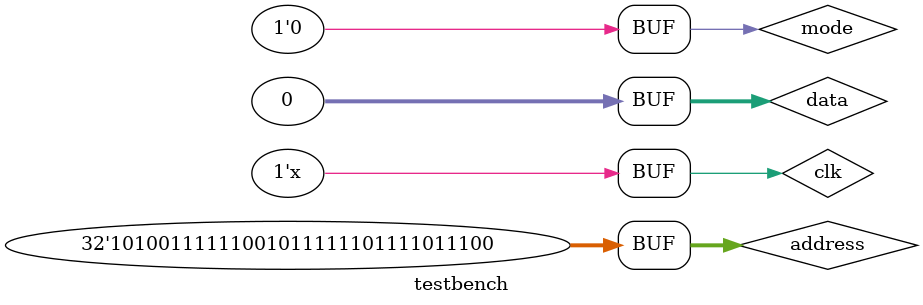
<source format=v>
`timescale 1ns/100ps
module cache();
parameter size = 64;		// cache size
parameter index_size = 6;	// index size
reg [31:0] cache [0:size - 1]; //registers for the data in cache
reg [11 - index_size:0] tag_array [0:size - 1]; // for all tags in cache
reg valid_array [0:size - 1]; //0 - there is no data 1 - there is data
reg dirty_array [0:size - 1]; //0 - not change    1 - need wirte to ram
initial
	begin: initialization
		integer i;
		for (i = 0; i < size; i = i + 1)
		begin
			valid_array[i] = 1'b0;
            		dirty_array[i] = 1'b0;
			tag_array[i] = 6'b000000;
		end
	end

endmodule

// ram 模块
module ram();

parameter size = 4096; //size of a ram in bits

reg [31:0] ram [0:size-1]; //data matrix for ram

endmodule


// cache和ram的顶层模块
module cache_and_ram(
	input [31:0] address,	// 地址结构：保留位（20bit）+ tag（6bit） + index（b6it）（注：每个存储单元是4B，且cache块大小也是4B，因此没有cache块内offset）
	input [31:0] data,
	input clk,
	input mode,		// 1:write  0:read
	output [31:0] out
);
parameter size = 64;		// cache size
parameter index_size = 6;	// index size

// previous values
reg [31:0] prev_address, prev_data;  // prev_add的高20位全为0
reg prev_mode;
reg [31:0] temp_out;

reg [index_size - 1:0] index;	// index是6位，直接映射方式，
reg [11 - index_size:0] tag;	// for keeping tag of current address

ram ram();
cache cache();
// 初试化
initial
	begin
		index = 0;
		tag = 0;
		prev_address = 0;
		prev_data = 0;
		prev_mode = 0;
	end

always @(posedge clk)
begin
	// 检查读写是否发生变化
	if (prev_address != address || prev_data != data || prev_mode != mode)
		begin
			prev_address = address % ram.size; // 赋值为address低12位,高位补0
			prev_data = data;  // prev_data的设计意义，考虑一种情况：连续两次对同一地址进行写操作
			prev_mode = mode;
			
			tag = prev_address >> cache.index_size;	// tag是prev_address的低12位的高6位
			index = address % cache.size; 		// index赋值为address的低6位
				
			if (mode == 1) // 写  写回+写分配，不写ram，把数据拿到cache后再写，替换的时候脏位为1则写回ram
				begin
                    // 如果要写的数据在cache中，就不需要写ram
                    if(cache.valid_array[index] == 1 && cache.tag_array[index] == tag) 
                    begin
                        cache.cache[index] = data;      //更新数据
                        cache.dirty_array[index] = 1;   // 脏位设为1
                    end
                    else
                        begin
                            // 数据不在cache中,先从ram中取出来放到cache中，再向cache中写
                            if(cache.valid_array[index] == 1 && cache.tag_array[index]!= tag && cache.dirty_array[index] == 1)
                                begin
                                    //待写入位置已有其他数据且脏位是1，需要写回ram
                                    ram.ram[{cache.tag_array[index],index}] = cache.cache[index];
                                end
                            else
                                begin
				    cache.valid_array[index] = 1;
				    cache.dirty_array[index] = 1;
				    cache.tag_array[index] = tag;
				    cache.cache[index] = data;      // 写入新数据
                                end
			end
                        
                end
			else // read
			begin
				// 发现要读的数据不在cache中，要先把数据从ram搬到cache
				if (cache.valid_array[index] != 1 || cache.tag_array[index] != tag)
				begin
				    // 待写入位置已有其他数据且脏位是1，需要写回ram
					if(cache.valid_array[index] == 1 && cache.tag_array[index]!= tag && cache.dirty_array[index] == 1)
					begin
						ram.ram[{cache.tag_array[index],index}] = cache.cache[index];
					end
					cache.valid_array[index] = 1;
					cache.tag_array[index] = tag;
					cache.dirty_array[index] =0; // read:0
					cache.cache[index] = ram.ram[prev_address];
				end
				// read data
				temp_out = cache.cache[index];
			end
		end
end

assign out = (mode == 1'b1) ? 32'hxxxxxxxx:temp_out;

endmodule 



// 测试
module testbench;

reg [31:0] address, data;
reg mode, clk;
wire [31:0] out;

cache_and_ram tb(
	.address(address),
	.data(data),
	.mode(mode),
	.clk(clk),
	.out(out)
);

initial
begin
	clk = 1'b1;
	
	address = 32'b00000000000000000000000000000000;			// 0        //cache miss,cache.cache[0] = 14528,ram.ram[0]=non
	data =    32'b00000000000000000011100011000000;			// 14528
	mode = 1'b1;
	
	#10
	address = 32'b10100111111001011111101111011100;			// 2816867292 % size = 3036  cache miss cache.cache[28] = 526421 ram.ram[3036]=non
	data =    32'b00000000000010000000100001010101;			// 526421
	mode = 1'b1;
	
	#10
	address = 32'b00000000000011110100011111010001;			// 1001425 % size = 2001   cache miss   cache.cache[17] = 25369366  ram.ram[2001]=non
	data =    32'b00000001100000110001101100010110;			// 25369366
	mode = 1'b1;

	#10
	address = 32'b10100111111001011111101111011100;			// 2816867292 % size = 3036   cache hit  cache.cache[28] =689  ram.ram[3036]=non  cache.dirty[28] = 1
	data =    32'b00000000000000000000001010110001;			// 2b1  689
	mode = 1'b1;

	#10
	address = 32'b00000000000011110100011111010001;			// 1001425 % size = 2001   cache hit   cache.cache[17] = 14528  ram.ram[2001]=non
	data =    32'b00000000000000000011100011000000;			// 14528
	mode = 1'b1;

	#10
	address = 32'b00000000000011110100011111010001;			// 47d1 % size = 2001   cache hit      read value should be 14528
	data =    32'b00000000000000000000000000000000;			// 0
	mode = 1'b0;
	
	#10
	address = 32'b10100111111001011111101111011100;			// fbdc % size = 3036  cache hit     read value should be 2b1
	data =    32'b00000000000000000000000000000000;			// 0
	mode = 1'b0;
		
	#10
	address = 32'b10100111111001011111101001011100;			// 2,816,866,908 % size = 2652  cache miss.  but cache.dirty[28] = 1 .so need writeBack，ram.ram[3036]= 689
	data =    32'b00000000000000000000000110100010;			// 01a2      cache.cache[28] = 418
	mode = 1'b1;                                            // 观察out的值是否是x

    	// #10
	// address = 32'b10100111111001011111101001011100;			// A7E5 fa5c % size = 2652  cache hit     read value should be 418
	// data =    32'b00000000000000000000000000000000;			// 0
	// mode = 1'b0;                                            // 观察是否是01a2
    
    	#10
    	address = 32'b10100111111001011111101111011100;			// 2816867292 % size = 3036  cache miss   write allocate  read value should be ram.ram[3036] =02b1
	data =    32'b00000000000000000000000000000000;			// 0
	mode = 1'b0;                                            //观察读出的值是否是02b1
end

initial
$monitor("address = %d data = %d mode = %d out = %d", address % 4096, data, mode, out);

always #2 clk = ~clk;

endmodule 

</source>
